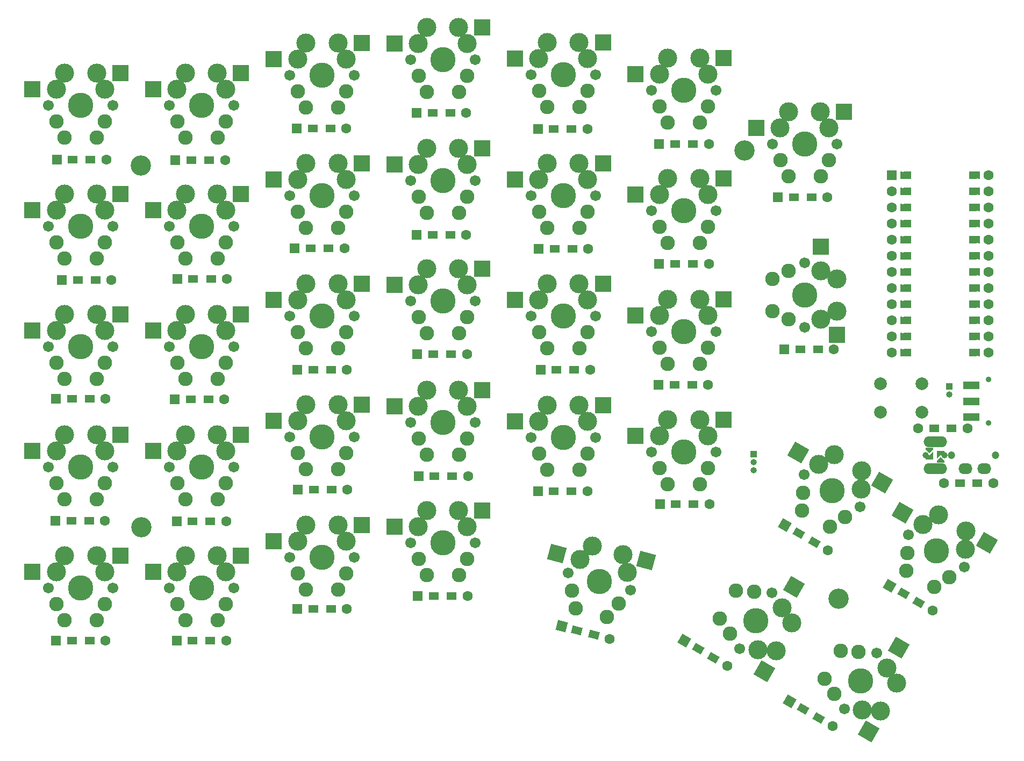
<source format=gbs>
G04 #@! TF.GenerationSoftware,KiCad,Pcbnew,(6.0.11)*
G04 #@! TF.CreationDate,2023-02-13T20:58:38+01:00*
G04 #@! TF.ProjectId,neodox_rounded,6e656f64-6f78-45f7-926f-756e6465642e,1.0*
G04 #@! TF.SameCoordinates,Original*
G04 #@! TF.FileFunction,Soldermask,Bot*
G04 #@! TF.FilePolarity,Negative*
%FSLAX46Y46*%
G04 Gerber Fmt 4.6, Leading zero omitted, Abs format (unit mm)*
G04 Created by KiCad (PCBNEW (6.0.11)) date 2023-02-13 20:58:38*
%MOMM*%
%LPD*%
G01*
G04 APERTURE LIST*
G04 Aperture macros list*
%AMRotRect*
0 Rectangle, with rotation*
0 The origin of the aperture is its center*
0 $1 length*
0 $2 width*
0 $3 Rotation angle, in degrees counterclockwise*
0 Add horizontal line*
21,1,$1,$2,0,0,$3*%
%AMFreePoly0*
4,1,6,0.600000,0.200000,0.000000,-0.400000,-0.600000,0.200000,-0.600000,0.400000,0.600000,0.400000,0.600000,0.200000,0.600000,0.200000,$1*%
%AMFreePoly1*
4,1,6,0.600000,-0.250000,-0.600000,-0.250000,-0.600000,1.000000,0.000000,0.400000,0.600000,1.000000,0.600000,-0.250000,0.600000,-0.250000,$1*%
%AMFreePoly2*
4,1,6,0.600000,0.200000,0.000000,-0.400000,-0.600000,0.200000,-0.600000,0.500000,0.600000,0.500000,0.600000,0.200000,0.600000,0.200000,$1*%
G04 Aperture macros list end*
%ADD10C,0.100000*%
%ADD11C,3.000000*%
%ADD12C,3.987800*%
%ADD13C,1.701800*%
%ADD14RotRect,2.550000X2.500000X330.000000*%
%ADD15C,2.286000*%
%ADD16R,2.550000X2.500000*%
%ADD17R,1.600000X1.200000*%
%ADD18R,1.600000X1.600000*%
%ADD19C,1.600000*%
%ADD20RotRect,1.600000X1.600000X150.000000*%
%ADD21RotRect,1.600000X1.200000X150.000000*%
%ADD22FreePoly0,270.000000*%
%ADD23FreePoly0,90.000000*%
%ADD24FreePoly1,270.000000*%
%ADD25FreePoly1,90.000000*%
%ADD26C,0.900000*%
%ADD27R,2.500000X1.250000*%
%ADD28R,2.500000X2.550000*%
%ADD29R,1.000000X1.000000*%
%ADD30O,1.000000X1.000000*%
%ADD31RotRect,2.550000X2.500000X240.000000*%
%ADD32RotRect,2.550000X2.500000X345.000000*%
%ADD33C,2.000000*%
%ADD34C,3.200000*%
%ADD35R,1.500000X1.200000*%
%ADD36C,1.200000*%
%ADD37O,3.700000X1.700000*%
%ADD38FreePoly2,180.000000*%
%ADD39FreePoly2,0.000000*%
%ADD40FreePoly1,180.000000*%
%ADD41C,1.000000*%
%ADD42O,2.200000X1.700000*%
%ADD43FreePoly1,0.000000*%
%ADD44RotRect,1.600000X1.600000X165.000000*%
%ADD45RotRect,1.600000X1.200000X165.000000*%
G04 APERTURE END LIST*
G36*
X186494500Y-61217500D02*
G01*
X185478500Y-61217500D01*
X185478500Y-60201500D01*
X186494500Y-60201500D01*
X186494500Y-61217500D01*
G37*
D10*
X186494500Y-61217500D02*
X185478500Y-61217500D01*
X185478500Y-60201500D01*
X186494500Y-60201500D01*
X186494500Y-61217500D01*
G36*
X186494500Y-56137500D02*
G01*
X185478500Y-56137500D01*
X185478500Y-55121500D01*
X186494500Y-55121500D01*
X186494500Y-56137500D01*
G37*
X186494500Y-56137500D02*
X185478500Y-56137500D01*
X185478500Y-55121500D01*
X186494500Y-55121500D01*
X186494500Y-56137500D01*
G36*
X197594500Y-81457500D02*
G01*
X196578500Y-81457500D01*
X196578500Y-80441500D01*
X197594500Y-80441500D01*
X197594500Y-81457500D01*
G37*
X197594500Y-81457500D02*
X196578500Y-81457500D01*
X196578500Y-80441500D01*
X197594500Y-80441500D01*
X197594500Y-81457500D01*
G36*
X186494500Y-53597500D02*
G01*
X185478500Y-53597500D01*
X185478500Y-52581500D01*
X186494500Y-52581500D01*
X186494500Y-53597500D01*
G37*
X186494500Y-53597500D02*
X185478500Y-53597500D01*
X185478500Y-52581500D01*
X186494500Y-52581500D01*
X186494500Y-53597500D01*
G36*
X186494500Y-66297500D02*
G01*
X185478500Y-66297500D01*
X185478500Y-65281500D01*
X186494500Y-65281500D01*
X186494500Y-66297500D01*
G37*
X186494500Y-66297500D02*
X185478500Y-66297500D01*
X185478500Y-65281500D01*
X186494500Y-65281500D01*
X186494500Y-66297500D01*
G36*
X197594500Y-78917500D02*
G01*
X196578500Y-78917500D01*
X196578500Y-77901500D01*
X197594500Y-77901500D01*
X197594500Y-78917500D01*
G37*
X197594500Y-78917500D02*
X196578500Y-78917500D01*
X196578500Y-77901500D01*
X197594500Y-77901500D01*
X197594500Y-78917500D01*
G36*
X197594500Y-53517500D02*
G01*
X196578500Y-53517500D01*
X196578500Y-52501500D01*
X197594500Y-52501500D01*
X197594500Y-53517500D01*
G37*
X197594500Y-53517500D02*
X196578500Y-53517500D01*
X196578500Y-52501500D01*
X197594500Y-52501500D01*
X197594500Y-53517500D01*
G36*
X197594500Y-71297500D02*
G01*
X196578500Y-71297500D01*
X196578500Y-70281500D01*
X197594500Y-70281500D01*
X197594500Y-71297500D01*
G37*
X197594500Y-71297500D02*
X196578500Y-71297500D01*
X196578500Y-70281500D01*
X197594500Y-70281500D01*
X197594500Y-71297500D01*
G36*
X186494500Y-78997500D02*
G01*
X185478500Y-78997500D01*
X185478500Y-77981500D01*
X186494500Y-77981500D01*
X186494500Y-78997500D01*
G37*
X186494500Y-78997500D02*
X185478500Y-78997500D01*
X185478500Y-77981500D01*
X186494500Y-77981500D01*
X186494500Y-78997500D01*
G36*
X197594500Y-76377500D02*
G01*
X196578500Y-76377500D01*
X196578500Y-75361500D01*
X197594500Y-75361500D01*
X197594500Y-76377500D01*
G37*
X197594500Y-76377500D02*
X196578500Y-76377500D01*
X196578500Y-75361500D01*
X197594500Y-75361500D01*
X197594500Y-76377500D01*
G36*
X186494500Y-76457500D02*
G01*
X185478500Y-76457500D01*
X185478500Y-75441500D01*
X186494500Y-75441500D01*
X186494500Y-76457500D01*
G37*
X186494500Y-76457500D02*
X185478500Y-76457500D01*
X185478500Y-75441500D01*
X186494500Y-75441500D01*
X186494500Y-76457500D01*
G36*
X197594500Y-66217500D02*
G01*
X196578500Y-66217500D01*
X196578500Y-65201500D01*
X197594500Y-65201500D01*
X197594500Y-66217500D01*
G37*
X197594500Y-66217500D02*
X196578500Y-66217500D01*
X196578500Y-65201500D01*
X197594500Y-65201500D01*
X197594500Y-66217500D01*
G36*
X197594500Y-68757500D02*
G01*
X196578500Y-68757500D01*
X196578500Y-67741500D01*
X197594500Y-67741500D01*
X197594500Y-68757500D01*
G37*
X197594500Y-68757500D02*
X196578500Y-68757500D01*
X196578500Y-67741500D01*
X197594500Y-67741500D01*
X197594500Y-68757500D01*
G36*
X186494500Y-73917500D02*
G01*
X185478500Y-73917500D01*
X185478500Y-72901500D01*
X186494500Y-72901500D01*
X186494500Y-73917500D01*
G37*
X186494500Y-73917500D02*
X185478500Y-73917500D01*
X185478500Y-72901500D01*
X186494500Y-72901500D01*
X186494500Y-73917500D01*
G36*
X197594500Y-56057500D02*
G01*
X196578500Y-56057500D01*
X196578500Y-55041500D01*
X197594500Y-55041500D01*
X197594500Y-56057500D01*
G37*
X197594500Y-56057500D02*
X196578500Y-56057500D01*
X196578500Y-55041500D01*
X197594500Y-55041500D01*
X197594500Y-56057500D01*
G36*
X186494500Y-81537500D02*
G01*
X185478500Y-81537500D01*
X185478500Y-80521500D01*
X186494500Y-80521500D01*
X186494500Y-81537500D01*
G37*
X186494500Y-81537500D02*
X185478500Y-81537500D01*
X185478500Y-80521500D01*
X186494500Y-80521500D01*
X186494500Y-81537500D01*
G36*
X197594500Y-73837500D02*
G01*
X196578500Y-73837500D01*
X196578500Y-72821500D01*
X197594500Y-72821500D01*
X197594500Y-73837500D01*
G37*
X197594500Y-73837500D02*
X196578500Y-73837500D01*
X196578500Y-72821500D01*
X197594500Y-72821500D01*
X197594500Y-73837500D01*
G36*
X197594500Y-63677500D02*
G01*
X196578500Y-63677500D01*
X196578500Y-62661500D01*
X197594500Y-62661500D01*
X197594500Y-63677500D01*
G37*
X197594500Y-63677500D02*
X196578500Y-63677500D01*
X196578500Y-62661500D01*
X197594500Y-62661500D01*
X197594500Y-63677500D01*
G36*
X186494500Y-71377500D02*
G01*
X185478500Y-71377500D01*
X185478500Y-70361500D01*
X186494500Y-70361500D01*
X186494500Y-71377500D01*
G37*
X186494500Y-71377500D02*
X185478500Y-71377500D01*
X185478500Y-70361500D01*
X186494500Y-70361500D01*
X186494500Y-71377500D01*
G36*
X197594500Y-61137500D02*
G01*
X196578500Y-61137500D01*
X196578500Y-60121500D01*
X197594500Y-60121500D01*
X197594500Y-61137500D01*
G37*
X197594500Y-61137500D02*
X196578500Y-61137500D01*
X196578500Y-60121500D01*
X197594500Y-60121500D01*
X197594500Y-61137500D01*
G36*
X197594500Y-58597500D02*
G01*
X196578500Y-58597500D01*
X196578500Y-57581500D01*
X197594500Y-57581500D01*
X197594500Y-58597500D01*
G37*
X197594500Y-58597500D02*
X196578500Y-58597500D01*
X196578500Y-57581500D01*
X197594500Y-57581500D01*
X197594500Y-58597500D01*
G36*
X186494500Y-68837500D02*
G01*
X185478500Y-68837500D01*
X185478500Y-67821500D01*
X186494500Y-67821500D01*
X186494500Y-68837500D01*
G37*
X186494500Y-68837500D02*
X185478500Y-68837500D01*
X185478500Y-67821500D01*
X186494500Y-67821500D01*
X186494500Y-68837500D01*
G36*
X186494500Y-63757500D02*
G01*
X185478500Y-63757500D01*
X185478500Y-62741500D01*
X186494500Y-62741500D01*
X186494500Y-63757500D01*
G37*
X186494500Y-63757500D02*
X185478500Y-63757500D01*
X185478500Y-62741500D01*
X186494500Y-62741500D01*
X186494500Y-63757500D01*
G36*
X186494500Y-58677500D02*
G01*
X185478500Y-58677500D01*
X185478500Y-57661500D01*
X186494500Y-57661500D01*
X186494500Y-58677500D01*
G37*
X186494500Y-58677500D02*
X185478500Y-58677500D01*
X185478500Y-57661500D01*
X186494500Y-57661500D01*
X186494500Y-58677500D01*
D11*
X172418482Y-98665295D03*
D12*
X174500000Y-102800000D03*
D13*
X170100591Y-100260000D03*
D11*
X179069557Y-102505295D03*
D13*
X178899409Y-105340000D03*
D11*
X174840295Y-97130591D03*
X179187743Y-99640591D03*
D14*
X169170886Y-96790295D03*
D15*
X169930443Y-103094705D03*
X169760295Y-105929409D03*
X176529557Y-106904705D03*
D14*
X182435338Y-101515591D03*
D15*
X174159705Y-108469409D03*
D13*
X108120000Y-53920000D03*
D12*
X113200000Y-53920000D03*
D11*
X115680000Y-48840000D03*
D13*
X118280000Y-53920000D03*
D11*
X117010000Y-51380000D03*
X109330000Y-51380000D03*
X110660000Y-48840000D03*
D15*
X109390000Y-56460000D03*
X110660000Y-59000000D03*
D16*
X105580000Y-51380000D03*
D15*
X115740000Y-59000000D03*
X117010000Y-56460000D03*
D16*
X119430000Y-48840000D03*
D17*
X130800000Y-64700000D03*
D18*
X128300000Y-64700000D03*
D17*
X133600000Y-64700000D03*
D19*
X136100000Y-64700000D03*
D20*
X167110101Y-108250000D03*
D21*
X169275164Y-109500000D03*
D19*
X173865099Y-112150000D03*
D21*
X171700036Y-110900000D03*
D20*
X167822501Y-135950000D03*
D21*
X169987564Y-137200000D03*
D19*
X174577499Y-139850000D03*
D21*
X172412436Y-138600000D03*
D18*
X109200000Y-81300000D03*
D17*
X111700000Y-81300000D03*
X114500000Y-81300000D03*
D19*
X117000000Y-81300000D03*
X183932500Y-58197500D03*
D22*
X197394500Y-73437500D03*
D23*
X185710500Y-55657500D03*
D22*
X197394500Y-55657500D03*
D19*
X183932500Y-60737500D03*
X183932500Y-78517500D03*
D22*
X197394500Y-70897500D03*
X197394500Y-68357500D03*
X197394500Y-78517500D03*
D23*
X185710500Y-68357500D03*
D19*
X183932500Y-73437500D03*
X183932500Y-65817500D03*
X183932500Y-63277500D03*
X183932500Y-55657500D03*
X183932500Y-75977500D03*
D22*
X197394500Y-65817500D03*
D23*
X185710500Y-75977500D03*
X185710500Y-70897500D03*
D19*
X183932500Y-81057500D03*
D18*
X183932500Y-53117500D03*
D23*
X185710500Y-63277500D03*
D19*
X199172500Y-58197500D03*
D23*
X185710500Y-58197500D03*
D19*
X199172500Y-81057500D03*
X199172500Y-68357500D03*
D22*
X197394500Y-81057500D03*
D23*
X185710500Y-81057500D03*
D19*
X199172500Y-75977500D03*
D22*
X197394500Y-58197500D03*
X197394500Y-75977500D03*
D19*
X183932500Y-68357500D03*
D23*
X185710500Y-60737500D03*
X185710500Y-73437500D03*
D22*
X197394500Y-63277500D03*
D19*
X199172500Y-73437500D03*
D23*
X185710500Y-53117500D03*
D19*
X199172500Y-65817500D03*
X183932500Y-70897500D03*
X183932500Y-53117500D03*
X199172500Y-70897500D03*
X199172500Y-63277500D03*
X199172500Y-60737500D03*
X199172500Y-78517500D03*
D22*
X197394500Y-53117500D03*
D19*
X199172500Y-55657500D03*
D23*
X185710500Y-78517500D03*
X185710500Y-65817500D03*
D22*
X197394500Y-60737500D03*
D19*
X199172500Y-53117500D03*
D24*
X196378500Y-53117500D03*
X196378500Y-55657500D03*
X196378500Y-58197500D03*
X196378500Y-60737500D03*
X196378500Y-63277500D03*
X196378500Y-65817500D03*
X196378500Y-68357500D03*
X196378500Y-70897500D03*
X196378500Y-73437500D03*
X196378500Y-75977500D03*
X196378500Y-78517500D03*
X196378500Y-81057500D03*
D25*
X186726500Y-81057500D03*
X186726500Y-78517500D03*
X186726500Y-75977500D03*
X186726500Y-73437500D03*
X186726500Y-70897500D03*
X186726500Y-68357500D03*
X186726500Y-65817500D03*
X186726500Y-63277500D03*
X186726500Y-60737500D03*
X186726500Y-58197500D03*
X186726500Y-55657500D03*
X186726500Y-53117500D03*
D18*
X109100000Y-43300000D03*
D17*
X111600000Y-43300000D03*
X114400000Y-43300000D03*
D19*
X116900000Y-43300000D03*
D11*
X90330000Y-91760000D03*
D12*
X94200000Y-94300000D03*
D13*
X99280000Y-94300000D03*
D11*
X98010000Y-91760000D03*
X91660000Y-89220000D03*
X96680000Y-89220000D03*
D13*
X89120000Y-94300000D03*
D15*
X91660000Y-99380000D03*
D16*
X86580000Y-91760000D03*
D15*
X90390000Y-96840000D03*
D16*
X100430000Y-89220000D03*
D15*
X96740000Y-99380000D03*
X98010000Y-96840000D03*
D11*
X72660000Y-56020000D03*
X79010000Y-58560000D03*
D12*
X75200000Y-61100000D03*
D13*
X70120000Y-61100000D03*
X80280000Y-61100000D03*
D11*
X77680000Y-56020000D03*
X71330000Y-58560000D03*
D15*
X71390000Y-63640000D03*
X72660000Y-66180000D03*
D16*
X67580000Y-58560000D03*
D15*
X77740000Y-66180000D03*
D16*
X81430000Y-56020000D03*
D15*
X79010000Y-63640000D03*
D17*
X130700000Y-102900000D03*
D18*
X128200000Y-102900000D03*
D17*
X133500000Y-102900000D03*
D19*
X136000000Y-102900000D03*
D18*
X52300000Y-88300000D03*
D17*
X54800000Y-88300000D03*
X57600000Y-88300000D03*
D19*
X60100000Y-88300000D03*
D12*
X132200000Y-75300000D03*
D11*
X134680000Y-70220000D03*
X129660000Y-70220000D03*
D13*
X127120000Y-75300000D03*
X137280000Y-75300000D03*
D11*
X128330000Y-72760000D03*
X136010000Y-72760000D03*
D15*
X128390000Y-77840000D03*
D16*
X124580000Y-72760000D03*
D15*
X129660000Y-80380000D03*
X136010000Y-77840000D03*
X134740000Y-80380000D03*
D16*
X138430000Y-70220000D03*
D26*
X199200000Y-85300000D03*
X199200000Y-92100000D03*
D27*
X196450000Y-91200000D03*
X196450000Y-88700000D03*
X196450000Y-86200000D03*
D13*
X170200000Y-77080000D03*
X170200000Y-66920000D03*
D11*
X175280000Y-69460000D03*
D12*
X170200000Y-72000000D03*
D11*
X172740000Y-75810000D03*
X172740000Y-68130000D03*
X175280000Y-74480000D03*
D15*
X165120000Y-69460000D03*
D28*
X172740000Y-64380000D03*
D15*
X167660000Y-68190000D03*
X167660000Y-75810000D03*
D28*
X175280000Y-78230000D03*
D15*
X165120000Y-74540000D03*
D11*
X191294795Y-106630591D03*
D13*
X186555091Y-109760000D03*
X195353909Y-114840000D03*
D11*
X188872982Y-108165295D03*
D12*
X190954500Y-112300000D03*
D11*
X195642243Y-109140591D03*
X195524057Y-112005295D03*
D14*
X185625386Y-106290295D03*
D15*
X186384943Y-112594705D03*
X186214795Y-115429409D03*
X192984057Y-116404705D03*
X190614205Y-117969409D03*
D14*
X198889838Y-111015591D03*
D17*
X149900000Y-104900000D03*
D18*
X147400000Y-104900000D03*
D17*
X152700000Y-104900000D03*
D19*
X155200000Y-104900000D03*
D11*
X148660000Y-91620000D03*
X147330000Y-94160000D03*
D13*
X156280000Y-96700000D03*
X146120000Y-96700000D03*
D11*
X153680000Y-91620000D03*
D12*
X151200000Y-96700000D03*
D11*
X155010000Y-94160000D03*
D16*
X143580000Y-94160000D03*
D15*
X147390000Y-99240000D03*
X148660000Y-101780000D03*
D16*
X157430000Y-91620000D03*
D15*
X153740000Y-101780000D03*
X155010000Y-99240000D03*
D18*
X71000000Y-88400000D03*
D17*
X73500000Y-88400000D03*
X76300000Y-88400000D03*
D19*
X78800000Y-88400000D03*
D18*
X71292900Y-126400000D03*
D17*
X73792900Y-126400000D03*
D19*
X79092900Y-126400000D03*
D17*
X76592900Y-126400000D03*
D21*
X153430164Y-127700000D03*
D20*
X151265101Y-126450000D03*
D21*
X155855036Y-129100000D03*
D19*
X158020099Y-130350000D03*
D11*
X60010000Y-39560000D03*
D12*
X56200000Y-42100000D03*
D11*
X58680000Y-37020000D03*
X52330000Y-39560000D03*
X53660000Y-37020000D03*
D13*
X61280000Y-42100000D03*
X51120000Y-42100000D03*
D15*
X52390000Y-44640000D03*
X53660000Y-47180000D03*
D16*
X48580000Y-39560000D03*
X62430000Y-37020000D03*
D15*
X60010000Y-44640000D03*
X58740000Y-47180000D03*
D12*
X132200000Y-56280000D03*
D11*
X134680000Y-51200000D03*
D13*
X137280000Y-56280000D03*
X127120000Y-56280000D03*
D11*
X129660000Y-51200000D03*
X128330000Y-53740000D03*
X136010000Y-53740000D03*
D16*
X124580000Y-53740000D03*
D15*
X128390000Y-58820000D03*
X129660000Y-61360000D03*
X134740000Y-61360000D03*
D16*
X138430000Y-51200000D03*
D15*
X136010000Y-58820000D03*
D18*
X109100000Y-62500000D03*
D17*
X111600000Y-62500000D03*
X114400000Y-62500000D03*
D19*
X116900000Y-62500000D03*
D17*
X73600000Y-50700000D03*
D18*
X71100000Y-50700000D03*
D19*
X78900000Y-50700000D03*
D17*
X76400000Y-50700000D03*
D11*
X172680000Y-43120000D03*
D13*
X165120000Y-48200000D03*
D11*
X167660000Y-43120000D03*
X166330000Y-45660000D03*
D12*
X170200000Y-48200000D03*
D11*
X174010000Y-45660000D03*
D13*
X175280000Y-48200000D03*
D15*
X167660000Y-53280000D03*
D16*
X162580000Y-45660000D03*
D15*
X166390000Y-50740000D03*
X172740000Y-53280000D03*
D16*
X176430000Y-43120000D03*
D15*
X174010000Y-50740000D03*
D12*
X56200000Y-80100000D03*
D13*
X61280000Y-80100000D03*
D11*
X53660000Y-75020000D03*
X60010000Y-77560000D03*
X52330000Y-77560000D03*
X58680000Y-75020000D03*
D13*
X51120000Y-80100000D03*
D16*
X48580000Y-77560000D03*
D15*
X52390000Y-82640000D03*
X53660000Y-85180000D03*
X60010000Y-82640000D03*
X58740000Y-85180000D03*
D16*
X62430000Y-75020000D03*
D17*
X169500000Y-80500000D03*
D18*
X167000000Y-80500000D03*
D19*
X174800000Y-80500000D03*
D17*
X172300000Y-80500000D03*
X73800000Y-107600000D03*
D18*
X71300000Y-107600000D03*
D17*
X76600000Y-107600000D03*
D19*
X79100000Y-107600000D03*
D29*
X193000000Y-86350000D03*
D30*
X193000000Y-87620000D03*
D11*
X134680000Y-89300000D03*
X128330000Y-91840000D03*
D13*
X127120000Y-94380000D03*
D12*
X132200000Y-94380000D03*
D13*
X137280000Y-94380000D03*
D11*
X136010000Y-91840000D03*
X129660000Y-89300000D03*
D16*
X124580000Y-91840000D03*
D15*
X128390000Y-96920000D03*
X129660000Y-99460000D03*
X136010000Y-96920000D03*
D16*
X138430000Y-89300000D03*
D15*
X134740000Y-99460000D03*
D11*
X166671605Y-121213482D03*
X168206309Y-123635295D03*
D13*
X159996900Y-127694409D03*
D11*
X162831605Y-127864557D03*
D13*
X165076900Y-118895591D03*
D11*
X165696309Y-127982743D03*
D12*
X162536900Y-123295000D03*
D31*
X168546605Y-117965886D03*
D15*
X159407491Y-118555295D03*
X162242195Y-118725443D03*
X156867491Y-122954705D03*
D31*
X163821309Y-131230338D03*
D15*
X158432195Y-125324557D03*
D11*
X109330000Y-32360000D03*
D12*
X113200000Y-34900000D03*
D13*
X108120000Y-34900000D03*
D11*
X110660000Y-29820000D03*
D13*
X118280000Y-34900000D03*
D11*
X115680000Y-29820000D03*
X117010000Y-32360000D03*
D16*
X105580000Y-32360000D03*
D15*
X110660000Y-39980000D03*
X109390000Y-37440000D03*
D16*
X119430000Y-29820000D03*
D15*
X115740000Y-39980000D03*
X117010000Y-37440000D03*
D29*
X162200000Y-97060000D03*
D30*
X162200000Y-98330000D03*
X162200000Y-99600000D03*
D20*
X183610101Y-117750000D03*
D21*
X185775164Y-119000000D03*
D19*
X190365099Y-121650000D03*
D21*
X188200036Y-120400000D03*
D17*
X92792900Y-121400000D03*
D18*
X90292900Y-121400000D03*
D19*
X98092900Y-121400000D03*
D17*
X95592900Y-121400000D03*
X131100000Y-83700000D03*
D18*
X128600000Y-83700000D03*
D17*
X133900000Y-83700000D03*
D19*
X136400000Y-83700000D03*
D17*
X73900000Y-69400000D03*
D18*
X71400000Y-69400000D03*
D17*
X76700000Y-69400000D03*
D19*
X79200000Y-69400000D03*
D11*
X71330000Y-96560000D03*
X79010000Y-96560000D03*
X77680000Y-94020000D03*
X72660000Y-94020000D03*
D13*
X80280000Y-99100000D03*
D12*
X75200000Y-99100000D03*
D13*
X70120000Y-99100000D03*
D15*
X71390000Y-101640000D03*
X72660000Y-104180000D03*
D16*
X67580000Y-96560000D03*
D15*
X79010000Y-101640000D03*
D16*
X81430000Y-94020000D03*
D15*
X77740000Y-104180000D03*
D11*
X96680000Y-108220000D03*
X91660000Y-108220000D03*
D13*
X89120000Y-113300000D03*
D12*
X94200000Y-113300000D03*
D11*
X98010000Y-110760000D03*
X90330000Y-110760000D03*
D13*
X99280000Y-113300000D03*
D15*
X90390000Y-115840000D03*
D16*
X86580000Y-110760000D03*
D15*
X91660000Y-118380000D03*
D16*
X100430000Y-108220000D03*
D15*
X98010000Y-115840000D03*
X96740000Y-118380000D03*
D17*
X55700000Y-69600000D03*
D18*
X53200000Y-69600000D03*
D19*
X61000000Y-69600000D03*
D17*
X58500000Y-69600000D03*
D11*
X72660000Y-37020000D03*
X79010000Y-39560000D03*
X71330000Y-39560000D03*
X77680000Y-37020000D03*
D13*
X80280000Y-42100000D03*
D12*
X75200000Y-42100000D03*
D13*
X70120000Y-42100000D03*
D15*
X72660000Y-47180000D03*
D16*
X67580000Y-39560000D03*
D15*
X71390000Y-44640000D03*
X77740000Y-47180000D03*
X79010000Y-44640000D03*
D16*
X81430000Y-37020000D03*
D18*
X147200000Y-86100000D03*
D17*
X149700000Y-86100000D03*
X152500000Y-86100000D03*
D19*
X155000000Y-86100000D03*
D11*
X148660000Y-72620000D03*
X153680000Y-72620000D03*
X147330000Y-75160000D03*
D13*
X156280000Y-77700000D03*
D12*
X151200000Y-77700000D03*
D13*
X146120000Y-77700000D03*
D11*
X155010000Y-75160000D03*
D15*
X147390000Y-80240000D03*
D16*
X143580000Y-75160000D03*
D15*
X148660000Y-82780000D03*
D16*
X157430000Y-72620000D03*
D15*
X153740000Y-82780000D03*
X155010000Y-80240000D03*
D18*
X109292900Y-119400000D03*
D17*
X111792900Y-119400000D03*
X114592900Y-119400000D03*
D19*
X117092900Y-119400000D03*
D11*
X141610297Y-112834968D03*
D13*
X132993097Y-115785199D03*
D11*
X142237578Y-115632649D03*
X136761349Y-111535696D03*
X134819267Y-113644919D03*
D13*
X142806903Y-118414801D03*
D12*
X137900000Y-117100000D03*
D15*
X134131748Y-121349503D03*
D32*
X131197046Y-112674347D03*
D15*
X133562422Y-118567351D03*
X140922777Y-120539552D03*
X139038651Y-122664304D03*
D32*
X145232519Y-113805539D03*
D11*
X60010000Y-96560000D03*
X58680000Y-94020000D03*
X53660000Y-94020000D03*
D12*
X56200000Y-99100000D03*
D13*
X61280000Y-99100000D03*
X51120000Y-99100000D03*
D11*
X52330000Y-96560000D03*
D16*
X48580000Y-96560000D03*
D15*
X52390000Y-101640000D03*
X53660000Y-104180000D03*
D16*
X62430000Y-94020000D03*
D15*
X60010000Y-101640000D03*
X58740000Y-104180000D03*
D11*
X96680000Y-70220000D03*
D13*
X99280000Y-75300000D03*
D11*
X98010000Y-72760000D03*
X90330000Y-72760000D03*
D13*
X89120000Y-75300000D03*
D12*
X94200000Y-75300000D03*
D11*
X91660000Y-70220000D03*
D16*
X86580000Y-72760000D03*
D15*
X91660000Y-80380000D03*
X90390000Y-77840000D03*
D16*
X100430000Y-70220000D03*
D15*
X98010000Y-77840000D03*
X96740000Y-80380000D03*
D13*
X137280000Y-37280000D03*
D11*
X134680000Y-32200000D03*
X128330000Y-34740000D03*
D12*
X132200000Y-37280000D03*
D11*
X129660000Y-32200000D03*
D13*
X127120000Y-37280000D03*
D11*
X136010000Y-34740000D03*
D15*
X128390000Y-39820000D03*
X129660000Y-42360000D03*
D16*
X124580000Y-34740000D03*
D15*
X134740000Y-42360000D03*
D16*
X138430000Y-32200000D03*
D15*
X136010000Y-39820000D03*
D33*
X188650000Y-85950000D03*
X182150000Y-85950000D03*
X188650000Y-90450000D03*
X182150000Y-90450000D03*
D18*
X52200000Y-107500000D03*
D17*
X54700000Y-107500000D03*
D19*
X60000000Y-107500000D03*
D17*
X57500000Y-107500000D03*
D18*
X52300000Y-126400000D03*
D17*
X54800000Y-126400000D03*
D19*
X60100000Y-126400000D03*
D17*
X57600000Y-126400000D03*
X149800000Y-67100000D03*
D18*
X147300000Y-67100000D03*
D19*
X155100000Y-67100000D03*
D17*
X152600000Y-67100000D03*
D34*
X175563300Y-119831700D03*
D11*
X155010000Y-37160000D03*
X153680000Y-34620000D03*
X148660000Y-34620000D03*
X147330000Y-37160000D03*
D12*
X151200000Y-39700000D03*
D13*
X156280000Y-39700000D03*
X146120000Y-39700000D03*
D15*
X147390000Y-42240000D03*
X148660000Y-44780000D03*
D16*
X143580000Y-37160000D03*
D15*
X153740000Y-44780000D03*
X155010000Y-42240000D03*
D16*
X157430000Y-34620000D03*
D18*
X166000000Y-56600000D03*
D17*
X168500000Y-56600000D03*
D19*
X173800000Y-56600000D03*
D17*
X171300000Y-56600000D03*
D19*
X199900000Y-101600000D03*
D35*
X197350000Y-101600000D03*
X197350000Y-101600000D03*
X194650000Y-101600000D03*
D19*
X192100000Y-101600000D03*
D35*
X194650000Y-101600000D03*
D11*
X115680000Y-86920000D03*
D13*
X118280000Y-92000000D03*
D11*
X109330000Y-89460000D03*
X110660000Y-86920000D03*
D12*
X113200000Y-92000000D03*
D11*
X117010000Y-89460000D03*
D13*
X108120000Y-92000000D03*
D15*
X110660000Y-97080000D03*
D16*
X105580000Y-89460000D03*
D15*
X109390000Y-94540000D03*
X117010000Y-94540000D03*
D16*
X119430000Y-86920000D03*
D15*
X115740000Y-97080000D03*
D34*
X65687900Y-51587100D03*
D18*
X109400000Y-100500000D03*
D17*
X111900000Y-100500000D03*
D19*
X117200000Y-100500000D03*
D17*
X114700000Y-100500000D03*
D34*
X160687900Y-49212100D03*
D11*
X91660000Y-32220000D03*
D13*
X99280000Y-37300000D03*
X89120000Y-37300000D03*
D11*
X98010000Y-34760000D03*
X90330000Y-34760000D03*
X96680000Y-32220000D03*
D12*
X94200000Y-37300000D03*
D15*
X90390000Y-39840000D03*
X91660000Y-42380000D03*
D16*
X86580000Y-34760000D03*
D15*
X98010000Y-39840000D03*
X96740000Y-42380000D03*
D16*
X100430000Y-32220000D03*
D11*
X58680000Y-56020000D03*
D12*
X56200000Y-61100000D03*
D11*
X52330000Y-58560000D03*
D13*
X51120000Y-61100000D03*
D11*
X60010000Y-58560000D03*
D13*
X61280000Y-61100000D03*
D11*
X53660000Y-56020000D03*
D16*
X48580000Y-58560000D03*
D15*
X52390000Y-63640000D03*
X53660000Y-66180000D03*
D16*
X62430000Y-56020000D03*
D15*
X60010000Y-63640000D03*
X58740000Y-66180000D03*
D36*
X200294000Y-97200000D03*
X193294000Y-97200000D03*
X200294000Y-97200000D03*
D37*
X190744000Y-95100000D03*
X190744000Y-99300000D03*
D38*
X191634000Y-97900000D03*
D36*
X193294000Y-97200000D03*
D39*
X189856000Y-96500000D03*
D40*
X191634000Y-96800000D03*
D41*
X192194000Y-97200000D03*
D42*
X195494000Y-99300000D03*
X198494000Y-99300000D03*
D41*
X189256000Y-97200000D03*
D43*
X189856000Y-97600000D03*
D11*
X148660000Y-53580000D03*
X147330000Y-56120000D03*
X153680000Y-53580000D03*
D13*
X146120000Y-58660000D03*
D11*
X155010000Y-56120000D03*
D12*
X151200000Y-58660000D03*
D13*
X156280000Y-58660000D03*
D15*
X148660000Y-63740000D03*
D16*
X143580000Y-56120000D03*
D15*
X147390000Y-61200000D03*
X155010000Y-61200000D03*
D16*
X157430000Y-53580000D03*
D15*
X153740000Y-63740000D03*
D18*
X90200000Y-45700000D03*
D17*
X92700000Y-45700000D03*
D19*
X98000000Y-45700000D03*
D17*
X95500000Y-45700000D03*
D44*
X131932889Y-124140606D03*
D45*
X134347704Y-124787653D03*
X137052296Y-125512347D03*
D19*
X139467111Y-126159394D03*
D13*
X80280000Y-80100000D03*
D11*
X79010000Y-77560000D03*
X72660000Y-75020000D03*
X71330000Y-77560000D03*
D12*
X75200000Y-80100000D03*
D13*
X70120000Y-80100000D03*
D11*
X77680000Y-75020000D03*
D15*
X71390000Y-82640000D03*
D16*
X67580000Y-77560000D03*
D15*
X72660000Y-85180000D03*
D16*
X81430000Y-75020000D03*
D15*
X77740000Y-85180000D03*
X79010000Y-82640000D03*
D17*
X130700000Y-45800000D03*
D18*
X128200000Y-45800000D03*
D19*
X136000000Y-45800000D03*
D17*
X133500000Y-45800000D03*
X92400000Y-64600000D03*
D18*
X89900000Y-64600000D03*
D19*
X97700000Y-64600000D03*
D17*
X95200000Y-64600000D03*
X92900000Y-102600000D03*
D18*
X90400000Y-102600000D03*
D19*
X98200000Y-102600000D03*
D17*
X95700000Y-102600000D03*
D18*
X147300000Y-48200000D03*
D17*
X149800000Y-48200000D03*
X152600000Y-48200000D03*
D19*
X155100000Y-48200000D03*
D11*
X117010000Y-108460000D03*
D12*
X113200000Y-111000000D03*
D11*
X110660000Y-105920000D03*
X115680000Y-105920000D03*
D13*
X118280000Y-111000000D03*
D11*
X109330000Y-108460000D03*
D13*
X108120000Y-111000000D03*
D15*
X109390000Y-113540000D03*
X110660000Y-116080000D03*
D16*
X105580000Y-108460000D03*
X119430000Y-105920000D03*
D15*
X117010000Y-113540000D03*
X115740000Y-116080000D03*
D11*
X117010000Y-70380000D03*
X109330000Y-70380000D03*
X115680000Y-67840000D03*
D13*
X118280000Y-72920000D03*
D11*
X110660000Y-67840000D03*
D13*
X108120000Y-72920000D03*
D12*
X113200000Y-72920000D03*
D15*
X109390000Y-75460000D03*
D16*
X105580000Y-70380000D03*
D15*
X110660000Y-78000000D03*
D16*
X119430000Y-67840000D03*
D15*
X115740000Y-78000000D03*
X117010000Y-75460000D03*
D13*
X99280000Y-56300000D03*
D11*
X90330000Y-53760000D03*
D12*
X94200000Y-56300000D03*
D13*
X89120000Y-56300000D03*
D11*
X91660000Y-51220000D03*
X98010000Y-53760000D03*
X96680000Y-51220000D03*
D16*
X86580000Y-53760000D03*
D15*
X90390000Y-58840000D03*
X91660000Y-61380000D03*
X96740000Y-61380000D03*
X98010000Y-58840000D03*
D16*
X100430000Y-51220000D03*
D17*
X92800000Y-83700000D03*
D18*
X90300000Y-83700000D03*
D19*
X98100000Y-83700000D03*
D17*
X95600000Y-83700000D03*
D34*
X65697900Y-108577100D03*
D13*
X70120000Y-118100000D03*
D12*
X75200000Y-118100000D03*
D11*
X72660000Y-113020000D03*
X77680000Y-113020000D03*
X71330000Y-115560000D03*
X79010000Y-115560000D03*
D13*
X80280000Y-118100000D03*
D15*
X71390000Y-120640000D03*
X72660000Y-123180000D03*
D16*
X67580000Y-115560000D03*
D15*
X77740000Y-123180000D03*
D16*
X81430000Y-113020000D03*
D15*
X79010000Y-120640000D03*
D11*
X184669409Y-133140295D03*
D13*
X181540000Y-128400591D03*
X176460000Y-137199409D03*
D11*
X182159409Y-137487743D03*
X179294705Y-137369557D03*
D12*
X179000000Y-132800000D03*
D11*
X183134705Y-130718482D03*
D15*
X178705295Y-128230443D03*
D31*
X185009705Y-127470886D03*
D15*
X175870591Y-128060295D03*
D31*
X180284409Y-140735338D03*
D15*
X173330591Y-132459705D03*
X174895295Y-134829557D03*
D19*
X195900000Y-93000000D03*
D35*
X193350000Y-93000000D03*
X193350000Y-93000000D03*
X190650000Y-93000000D03*
X190650000Y-93000000D03*
D19*
X188100000Y-93000000D03*
D13*
X61280000Y-118100000D03*
D11*
X52330000Y-115560000D03*
X53660000Y-113020000D03*
X58680000Y-113020000D03*
D12*
X56200000Y-118100000D03*
D11*
X60010000Y-115560000D03*
D13*
X51120000Y-118100000D03*
D15*
X53660000Y-123180000D03*
D16*
X48580000Y-115560000D03*
D15*
X52390000Y-120640000D03*
X60010000Y-120640000D03*
X58740000Y-123180000D03*
D16*
X62430000Y-113020000D03*
D18*
X52400000Y-50600000D03*
D17*
X54900000Y-50600000D03*
D19*
X60200000Y-50600000D03*
D17*
X57700000Y-50600000D03*
M02*

</source>
